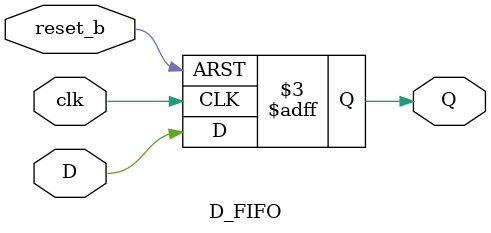
<source format=v>
`timescale 1ns / 1ps

module D_FIFO (
    input clk, 
    input reset_b,
    input D,
    output reg Q 
    );
always @ (posedge clk, negedge reset_b) 
    if (reset_b == 0) 
        Q <= 0; 
        else 
        Q <= D;
endmodule

</source>
